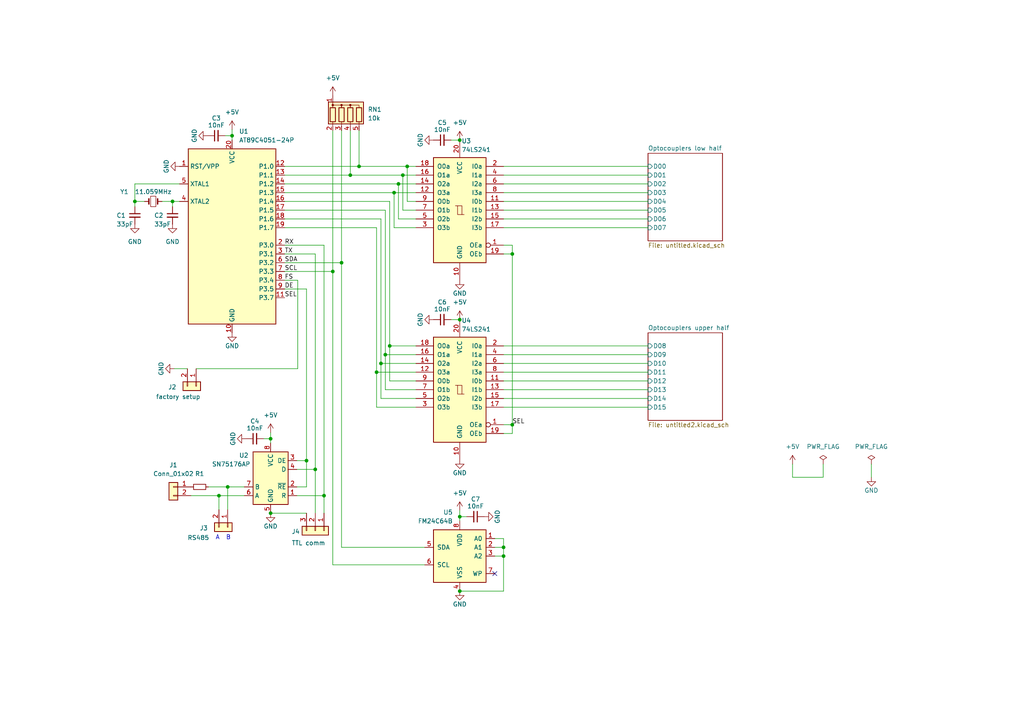
<source format=kicad_sch>
(kicad_sch (version 20211123) (generator eeschema)
  (paper "A4")
  (lib_symbols
    (symbol "74xx:74LS241" (pin_names (offset 1.016))
      (property "Reference" "U" (at -7.62 16.51 0))
      (property "Value" "74LS241" (at -7.62 -16.51 0))
      (symbol "74LS241_1_0"
        (polyline (pts (xy -0.635 -1.27) (xy -0.635 1.27) (xy 0.635 1.27)))
        (polyline (pts (xy -1.27 -1.27) (xy 0.635 -1.27) (xy 0.635 1.27) (xy 1.27 1.27)))
        (pin input inverted (at -12.7 -10.16 0) (length 5.08) (name "OEa") (number "1"))
        (pin power_in line (at 0 -20.32 90) (length 5.08) (name "GND") (number "10"))
        (pin input line (at -12.7 2.54 0) (length 5.08) (name "I0b") (number "11"))
        (pin tri_state line (at 12.7 5.08 180) (length 5.08) (name "O3a") (number "12"))
        (pin input line (at -12.7 0 0) (length 5.08) (name "I1b") (number "13"))
        (pin tri_state line (at 12.7 7.62 180) (length 5.08) (name "O2a") (number "14"))
        (pin input line (at -12.7 -2.54 0) (length 5.08) (name "I2b") (number "15"))
        (pin tri_state line (at 12.7 10.16 180) (length 5.08) (name "O1a") (number "16"))
        (pin input line (at -12.7 -5.08 0) (length 5.08) (name "I3b") (number "17"))
        (pin tri_state line (at 12.7 12.7 180) (length 5.08) (name "O0a") (number "18"))
        (pin input line (at -12.7 -12.7 0) (length 5.08) (name "OEb") (number "19"))
        (pin input line (at -12.7 12.7 0) (length 5.08) (name "I0a") (number "2"))
        (pin power_in line (at 0 20.32 270) (length 5.08) (name "VCC") (number "20"))
        (pin tri_state line (at 12.7 -5.08 180) (length 5.08) (name "O3b") (number "3"))
        (pin input line (at -12.7 10.16 0) (length 5.08) (name "I1a") (number "4"))
        (pin tri_state line (at 12.7 -2.54 180) (length 5.08) (name "O2b") (number "5"))
        (pin input line (at -12.7 7.62 0) (length 5.08) (name "I2a") (number "6"))
        (pin tri_state line (at 12.7 0 180) (length 5.08) (name "O1b") (number "7"))
        (pin input line (at -12.7 5.08 0) (length 5.08) (name "I3a") (number "8"))
        (pin tri_state line (at 12.7 2.54 180) (length 5.08) (name "O0b") (number "9"))
      )
      (symbol "74LS241_1_1"
        (rectangle (start -7.62 15.24) (end 7.62 -15.24) (stroke (width 0.254)) (fill (type background)))
      )
    )
    (symbol "Connector_Generic:Conn_01x02" (pin_names (offset 1.016) hide)
      (property "Reference" "J" (at 0 2.54 0))
      (property "Value" "Conn_01x02" (at 0 -5.08 0))
      (symbol "Conn_01x02_1_1"
        (rectangle (start -1.27 -2.413) (end 0 -2.667) (stroke (width 0.1524)))
        (rectangle (start -1.27 0.127) (end 0 -0.127) (stroke (width 0.1524)))
        (rectangle (start -1.27 1.27) (end 1.27 -3.81) (stroke (width 0.254)) (fill (type background)))
        (pin passive line (at -5.08 0 0) (length 3.81) (name "Pin_1") (number "1"))
        (pin passive line (at -5.08 -2.54 0) (length 3.81) (name "Pin_2") (number "2"))
      )
    )
    (symbol "Connector_Generic:Conn_01x03" (pin_names (offset 1.016) hide)
      (property "Reference" "J" (at 0 5.08 0))
      (property "Value" "Conn_01x03" (at 0 -5.08 0))
      (symbol "Conn_01x03_1_1"
        (rectangle (start -1.27 -2.413) (end 0 -2.667) (stroke (width 0.1524)))
        (rectangle (start -1.27 0.127) (end 0 -0.127) (stroke (width 0.1524)))
        (rectangle (start -1.27 2.667) (end 0 2.413) (stroke (width 0.1524)))
        (rectangle (start -1.27 3.81) (end 1.27 -3.81) (stroke (width 0.254)) (fill (type background)))
        (pin passive line (at -5.08 2.54 0) (length 3.81) (name "Pin_1") (number "1"))
        (pin passive line (at -5.08 0 0) (length 3.81) (name "Pin_2") (number "2"))
        (pin passive line (at -5.08 -2.54 0) (length 3.81) (name "Pin_3") (number "3"))
      )
    )
    (symbol "Device:C_Small" (pin_numbers hide) (pin_names (offset 0.254) hide)
      (property "Reference" "C" (at 0.254 1.778 0))
      (property "Value" "C_Small" (at 0.254 -2.032 0))
      (symbol "C_Small_0_1"
        (polyline (pts (xy -1.524 -0.508) (xy 1.524 -0.508)) (stroke (width 0.3302)))
        (polyline (pts (xy -1.524 0.508) (xy 1.524 0.508)) (stroke (width 0.3048)))
      )
      (symbol "C_Small_1_1"
        (pin passive line (at 0 2.54 270) (length 2.032) (name "~") (number "1"))
        (pin passive line (at 0 -2.54 90) (length 2.032) (name "~") (number "2"))
      )
    )
    (symbol "Device:Crystal_Small" (pin_numbers hide) (pin_names (offset 1.016) hide)
      (property "Reference" "Y" (at 0 2.54 0))
      (property "Value" "Crystal_Small" (at 0 -2.54 0))
      (symbol "Crystal_Small_0_1"
        (rectangle (start -0.762 -1.524) (end 0.762 1.524))
        (polyline (pts (xy -1.27 -0.762) (xy -1.27 0.762)) (stroke (width 0.381)))
        (polyline (pts (xy 1.27 -0.762) (xy 1.27 0.762)) (stroke (width 0.381)))
      )
      (symbol "Crystal_Small_1_1"
        (pin passive line (at -2.54 0 0) (length 1.27) (name "1") (number "1"))
        (pin passive line (at 2.54 0 180) (length 1.27) (name "2") (number "2"))
      )
    )
    (symbol "Device:R_Network04" (pin_names (offset 0) hide)
      (property "Reference" "RN" (at -7.62 0 90))
      (property "Value" "R_Network04" (at 5.08 0 90))
      (symbol "R_Network04_0_1"
        (rectangle (start -6.35 -3.175) (end 3.81 3.175) (stroke (width 0.254)) (fill (type background)))
        (rectangle (start -5.842 1.524) (end -4.318 -2.54) (stroke (width 0.254)))
        (circle (center -5.08 2.286) (radius 0.254) (fill (type outline)))
        (rectangle (start -3.302 1.524) (end -1.778 -2.54) (stroke (width 0.254)))
        (circle (center -2.54 2.286) (radius 0.254) (fill (type outline)))
        (rectangle (start -0.762 1.524) (end 0.762 -2.54) (stroke (width 0.254)))
        (polyline (pts (xy -5.08 -2.54) (xy -5.08 -3.81)))
        (polyline (pts (xy -2.54 -2.54) (xy -2.54 -3.81)))
        (polyline (pts (xy 0 -2.54) (xy 0 -3.81)))
        (polyline (pts (xy 2.54 -2.54) (xy 2.54 -3.81)))
        (polyline (pts (xy -5.08 1.524) (xy -5.08 2.286) (xy -2.54 2.286) (xy -2.54 1.524)))
        (polyline (pts (xy -2.54 1.524) (xy -2.54 2.286) (xy 0 2.286) (xy 0 1.524)))
        (polyline (pts (xy 0 1.524) (xy 0 2.286) (xy 2.54 2.286) (xy 2.54 1.524)))
        (circle (center 0 2.286) (radius 0.254) (fill (type outline)))
        (rectangle (start 1.778 1.524) (end 3.302 -2.54) (stroke (width 0.254)))
      )
      (symbol "R_Network04_1_1"
        (pin passive line (at -5.08 5.08 270) (length 2.54) (name "common") (number "1"))
        (pin passive line (at -5.08 -5.08 90) (length 1.27) (name "R1") (number "2"))
        (pin passive line (at -2.54 -5.08 90) (length 1.27) (name "R2") (number "3"))
        (pin passive line (at 0 -5.08 90) (length 1.27) (name "R3") (number "4"))
        (pin passive line (at 2.54 -5.08 90) (length 1.27) (name "R4") (number "5"))
      )
    )
    (symbol "Device:R_Small" (pin_numbers hide) (pin_names (offset 0.254) hide)
      (property "Reference" "R" (at 0.762 0.508 0))
      (property "Value" "R_Small" (at 0.762 -1.016 0))
      (symbol "R_Small_0_1"
        (rectangle (start -0.762 1.778) (end 0.762 -1.778) (stroke (width 0.2032)))
      )
      (symbol "R_Small_1_1"
        (pin passive line (at 0 2.54 270) (length 0.762) (name "~") (number "1"))
        (pin passive line (at 0 -2.54 90) (length 0.762) (name "~") (number "2"))
      )
    )
    (symbol "Interface_UART:SN75176AP"
      (property "Reference" "U" (at -4.318 8.89 0))
      (property "Value" "SN75176AP" (at 1.016 8.89 0))
      (symbol "SN75176AP_0_1"
        (rectangle (start -5.08 7.62) (end 5.08 -7.62) (stroke (width 0.254)) (fill (type background)))
      )
      (symbol "SN75176AP_1_1"
        (pin output line (at -7.62 -5.08 0) (length 2.54) (name "R") (number "1"))
        (pin input line (at -7.62 -2.54 0) (length 2.54) (name "~{RE}") (number "2"))
        (pin input line (at -7.62 5.08 0) (length 2.54) (name "DE") (number "3"))
        (pin input line (at -7.62 2.54 0) (length 2.54) (name "D") (number "4"))
        (pin power_in line (at 0 -10.16 90) (length 2.54) (name "GND") (number "5"))
        (pin bidirectional line (at 7.62 -5.08 180) (length 2.54) (name "A") (number "6"))
        (pin bidirectional line (at 7.62 -2.54 180) (length 2.54) (name "B") (number "7"))
        (pin power_in line (at 0 10.16 270) (length 2.54) (name "VCC") (number "8"))
      )
    )
    (symbol "MCU_Microchip_8051:AT89C4051-24P"
      (property "Reference" "U" (at -12.7 26.67 0))
      (property "Value" "AT89C4051-24P" (at 2.54 -26.67 0))
      (symbol "AT89C4051-24P_0_1"
        (rectangle (start -12.7 -25.4) (end 12.7 25.4) (stroke (width 0.254)) (fill (type background)))
      )
      (symbol "AT89C4051-24P_1_1"
        (pin input line (at -15.24 20.32 0) (length 2.54) (name "RST/VPP") (number "1"))
        (pin power_in line (at 0 -27.94 90) (length 2.54) (name "GND") (number "10"))
        (pin bidirectional line (at 15.24 -17.78 180) (length 2.54) (name "P3.7") (number "11"))
        (pin bidirectional line (at 15.24 20.32 180) (length 2.54) (name "P1.0") (number "12"))
        (pin bidirectional line (at 15.24 17.78 180) (length 2.54) (name "P1.1") (number "13"))
        (pin bidirectional line (at 15.24 15.24 180) (length 2.54) (name "P1.2") (number "14"))
        (pin bidirectional line (at 15.24 12.7 180) (length 2.54) (name "P1.3") (number "15"))
        (pin bidirectional line (at 15.24 10.16 180) (length 2.54) (name "P1.4") (number "16"))
        (pin bidirectional line (at 15.24 7.62 180) (length 2.54) (name "P1.5") (number "17"))
        (pin bidirectional line (at 15.24 5.08 180) (length 2.54) (name "P1.6") (number "18"))
        (pin bidirectional line (at 15.24 2.54 180) (length 2.54) (name "P1.7") (number "19"))
        (pin bidirectional line (at 15.24 -2.54 180) (length 2.54) (name "P3.0") (number "2"))
        (pin power_in line (at 0 27.94 270) (length 2.54) (name "VCC") (number "20"))
        (pin bidirectional line (at 15.24 -5.08 180) (length 2.54) (name "P3.1") (number "3"))
        (pin output line (at -15.24 10.16 0) (length 2.54) (name "XTAL2") (number "4"))
        (pin input line (at -15.24 15.24 0) (length 2.54) (name "XTAL1") (number "5"))
        (pin bidirectional line (at 15.24 -7.62 180) (length 2.54) (name "P3.2") (number "6"))
        (pin bidirectional line (at 15.24 -10.16 180) (length 2.54) (name "P3.3") (number "7"))
        (pin bidirectional line (at 15.24 -12.7 180) (length 2.54) (name "P3.4") (number "8"))
        (pin bidirectional line (at 15.24 -15.24 180) (length 2.54) (name "P3.5") (number "9"))
      )
    )
    (symbol "Memory_NVRAM:FM24C64B" (pin_names (offset 1.016))
      (property "Reference" "U" (at -5.08 8.89 0))
      (property "Value" "FM24C64B" (at 6.35 -8.89 0))
      (symbol "FM24C64B_0_1"
        (rectangle (start -7.62 7.62) (end 7.62 -7.62) (stroke (width 0.254)) (fill (type background)))
      )
      (symbol "FM24C64B_1_1"
        (pin input line (at -10.16 5.08 0) (length 2.54) (name "A0") (number "1"))
        (pin input line (at -10.16 2.54 0) (length 2.54) (name "A1") (number "2"))
        (pin input line (at -10.16 0 0) (length 2.54) (name "A2") (number "3"))
        (pin power_in line (at 0 -10.16 90) (length 2.54) (name "VSS") (number "4"))
        (pin bidirectional line (at 10.16 2.54 180) (length 2.54) (name "SDA") (number "5"))
        (pin input line (at 10.16 -2.54 180) (length 2.54) (name "SCL") (number "6"))
        (pin input line (at -10.16 -5.08 0) (length 2.54) (name "WP") (number "7"))
        (pin power_in line (at 0 10.16 270) (length 2.54) (name "VDD") (number "8"))
      )
    )
    (symbol "power:+5V" (power) (pin_names (offset 0))
      (property "Value" "+5V" (at 0 3.556 0))
      (symbol "+5V_0_1"
        (polyline (pts (xy -0.762 1.27) (xy 0 2.54)))
        (polyline (pts (xy 0 0) (xy 0 2.54)))
        (polyline (pts (xy 0 2.54) (xy 0.762 1.27)))
      )
      (symbol "+5V_1_1"
        (pin power_in line (at 0 0 90) (length 0) hide (name "+5V") (number "1"))
      )
    )
    (symbol "power:GND" (power) (pin_names (offset 0))
      (property "Value" "GND" (at 0 -3.81 0))
      (symbol "GND_0_1"
        (polyline (pts (xy 0 0) (xy 0 -1.27) (xy 1.27 -1.27) (xy 0 -2.54) (xy -1.27 -1.27) (xy 0 -1.27)))
      )
      (symbol "GND_1_1"
        (pin power_in line (at 0 0 270) (length 0) hide (name "GND") (number "1"))
      )
    )
    (symbol "power:PWR_FLAG" (power) (pin_numbers hide) (pin_names (offset 0) hide)
      (property "Value" "PWR_FLAG" (at 0 3.81 0))
      (symbol "PWR_FLAG_0_0"
        (pin power_out line (at 0 0 90) (length 0) (name "pwr") (number "1"))
      )
      (symbol "PWR_FLAG_0_1"
        (polyline (pts (xy 0 0) (xy 0 1.27) (xy -1.016 1.905) (xy 0 2.54) (xy 1.016 1.905) (xy 0 1.27)))
      )
    )
  )
  (junction (at 96.52 78.74))
  (junction (at 133.35 40.64))
  (junction (at 109.22 107.95))
  (junction (at 50.038 58.42))
  (junction (at 148.59 123.19))
  (junction (at 111.76 102.87))
  (junction (at 78.486 127.254))
  (junction (at 78.486 148.844))
  (junction (at 113.03 100.33))
  (junction (at 110.49 105.41))
  (junction (at 93.98 143.764))
  (junction (at 66.04 141.224))
  (junction (at 133.35 149.86))
  (junction (at 133.35 171.45))
  (junction (at 115.57 53.34))
  (junction (at 133.35 92.71))
  (junction (at 67.31 39.37))
  (junction (at 99.06 76.2))
  (junction (at 148.59 73.66))
  (junction (at 91.44 136.144))
  (junction (at 101.6 50.8))
  (junction (at 39.116 58.42))
  (junction (at 88.9 133.604))
  (junction (at 146.05 161.29))
  (junction (at 114.3 55.88))
  (junction (at 104.14 48.26))
  (junction (at 146.05 158.75))
  (junction (at 118.11 48.26))
  (junction (at 116.84 50.8))
  (junction (at 63.5 143.764))
  (no_connect (at 143.51 166.37))
  (wire (pts (xy 56.896 106.934) (xy 86.36 106.934)))
  (wire (pts (xy 91.44 136.144) (xy 91.44 148.844)))
  (wire (pts (xy 67.31 39.37) (xy 67.31 40.64)))
  (wire (pts (xy 96.52 78.74) (xy 96.52 163.83)))
  (wire (pts (xy 99.06 37.846) (xy 99.06 76.2)))
  (wire (pts (xy 82.55 66.04) (xy 109.22 66.04)))
  (wire (pts (xy 146.05 63.5) (xy 187.96 63.5)))
  (wire (pts (xy 120.65 113.03) (xy 111.76 113.03)))
  (wire (pts (xy 146.05 58.42) (xy 187.96 58.42)))
  (wire (pts (xy 78.486 125.476) (xy 78.486 127.254)))
  (wire (pts (xy 82.55 58.42) (xy 113.03 58.42)))
  (wire (pts (xy 146.05 158.75) (xy 146.05 161.29)))
  (wire (pts (xy 88.9 141.224) (xy 86.106 141.224)))
  (wire (pts (xy 65.278 39.37) (xy 67.31 39.37)))
  (wire (pts (xy 93.98 71.12) (xy 93.98 143.764)))
  (wire (pts (xy 109.22 107.95) (xy 120.65 107.95)))
  (wire (pts (xy 113.03 110.49) (xy 113.03 100.33)))
  (wire (pts (xy 55.372 143.764) (xy 63.5 143.764)))
  (wire (pts (xy 146.05 110.49) (xy 187.96 110.49)))
  (wire (pts (xy 146.05 100.33) (xy 187.96 100.33)))
  (wire (pts (xy 238.76 138.43) (xy 238.76 134.62)))
  (wire (pts (xy 135.382 149.86) (xy 133.35 149.86)))
  (wire (pts (xy 82.55 83.82) (xy 88.9 83.82)))
  (wire (pts (xy 82.55 55.88) (xy 114.3 55.88)))
  (wire (pts (xy 120.65 63.5) (xy 115.57 63.5)))
  (wire (pts (xy 82.55 76.2) (xy 99.06 76.2)))
  (wire (pts (xy 148.59 73.66) (xy 146.05 73.66)))
  (wire (pts (xy 76.454 127.254) (xy 78.486 127.254)))
  (wire (pts (xy 66.04 141.224) (xy 70.866 141.224)))
  (wire (pts (xy 41.91 58.42) (xy 39.116 58.42)))
  (wire (pts (xy 50.038 58.42) (xy 52.07 58.42)))
  (wire (pts (xy 110.49 105.41) (xy 120.65 105.41)))
  (wire (pts (xy 99.06 158.75) (xy 123.19 158.75)))
  (wire (pts (xy 91.44 73.66) (xy 91.44 136.144)))
  (wire (pts (xy 133.35 171.45) (xy 146.05 171.45)))
  (wire (pts (xy 82.55 63.5) (xy 110.49 63.5)))
  (wire (pts (xy 111.76 113.03) (xy 111.76 102.87)))
  (wire (pts (xy 118.11 48.26) (xy 118.11 58.42)))
  (wire (pts (xy 146.05 105.41) (xy 187.96 105.41)))
  (wire (pts (xy 39.116 58.42) (xy 39.116 59.944)))
  (wire (pts (xy 82.55 78.74) (xy 96.52 78.74)))
  (wire (pts (xy 113.03 100.33) (xy 120.65 100.33)))
  (wire (pts (xy 146.05 161.29) (xy 143.51 161.29)))
  (wire (pts (xy 111.76 102.87) (xy 120.65 102.87)))
  (wire (pts (xy 104.14 37.846) (xy 104.14 48.26)))
  (wire (pts (xy 50.038 58.42) (xy 50.038 59.944)))
  (wire (pts (xy 63.5 143.764) (xy 63.5 147.828)))
  (wire (pts (xy 148.59 71.12) (xy 148.59 73.66)))
  (wire (pts (xy 82.55 50.8) (xy 101.6 50.8)))
  (wire (pts (xy 120.65 60.96) (xy 116.84 60.96)))
  (wire (pts (xy 96.52 37.846) (xy 96.52 78.74)))
  (wire (pts (xy 113.03 58.42) (xy 113.03 100.33)))
  (wire (pts (xy 67.31 37.592) (xy 67.31 39.37)))
  (wire (pts (xy 114.3 55.88) (xy 120.65 55.88)))
  (wire (pts (xy 60.452 141.224) (xy 66.04 141.224)))
  (wire (pts (xy 78.486 127.254) (xy 78.486 128.524)))
  (wire (pts (xy 46.99 58.42) (xy 50.038 58.42)))
  (wire (pts (xy 146.05 115.57) (xy 187.96 115.57)))
  (wire (pts (xy 130.81 40.64) (xy 133.35 40.64)))
  (wire (pts (xy 82.55 71.12) (xy 93.98 71.12)))
  (wire (pts (xy 133.35 149.86) (xy 133.35 151.13)))
  (wire (pts (xy 86.36 81.28) (xy 86.36 106.934)))
  (wire (pts (xy 146.05 66.04) (xy 187.96 66.04)))
  (wire (pts (xy 50.546 106.934) (xy 54.356 106.934)))
  (wire (pts (xy 146.05 118.11) (xy 187.96 118.11)))
  (wire (pts (xy 82.55 81.28) (xy 86.36 81.28)))
  (wire (pts (xy 101.6 37.846) (xy 101.6 50.8)))
  (wire (pts (xy 120.65 110.49) (xy 113.03 110.49)))
  (wire (pts (xy 146.05 171.45) (xy 146.05 161.29)))
  (wire (pts (xy 146.05 48.26) (xy 187.96 48.26)))
  (wire (pts (xy 146.05 156.21) (xy 146.05 158.75)))
  (wire (pts (xy 99.06 76.2) (xy 99.06 158.75)))
  (wire (pts (xy 146.05 107.95) (xy 187.96 107.95)))
  (wire (pts (xy 130.81 92.71) (xy 133.35 92.71)))
  (wire (pts (xy 252.73 134.62) (xy 252.73 138.43)))
  (wire (pts (xy 82.55 60.96) (xy 111.76 60.96)))
  (wire (pts (xy 110.49 115.57) (xy 110.49 105.41)))
  (wire (pts (xy 146.05 158.75) (xy 143.51 158.75)))
  (wire (pts (xy 82.55 48.26) (xy 104.14 48.26)))
  (wire (pts (xy 146.05 60.96) (xy 187.96 60.96)))
  (wire (pts (xy 52.07 53.34) (xy 39.116 53.34)))
  (wire (pts (xy 96.52 163.83) (xy 123.19 163.83)))
  (wire (pts (xy 115.57 63.5) (xy 115.57 53.34)))
  (wire (pts (xy 148.59 125.73) (xy 148.59 123.19)))
  (wire (pts (xy 146.05 50.8) (xy 187.96 50.8)))
  (wire (pts (xy 118.11 48.26) (xy 120.65 48.26)))
  (wire (pts (xy 146.05 53.34) (xy 187.96 53.34)))
  (wire (pts (xy 120.65 58.42) (xy 118.11 58.42)))
  (wire (pts (xy 114.3 66.04) (xy 114.3 55.88)))
  (wire (pts (xy 39.116 53.34) (xy 39.116 58.42)))
  (wire (pts (xy 229.87 138.43) (xy 238.76 138.43)))
  (wire (pts (xy 82.55 53.34) (xy 115.57 53.34)))
  (wire (pts (xy 146.05 113.03) (xy 187.96 113.03)))
  (wire (pts (xy 93.98 143.764) (xy 86.106 143.764)))
  (wire (pts (xy 88.9 133.604) (xy 88.9 141.224)))
  (wire (pts (xy 116.84 50.8) (xy 120.65 50.8)))
  (wire (pts (xy 88.9 83.82) (xy 88.9 133.604)))
  (wire (pts (xy 229.87 134.62) (xy 229.87 138.43)))
  (wire (pts (xy 146.05 125.73) (xy 148.59 125.73)))
  (wire (pts (xy 91.44 136.144) (xy 86.106 136.144)))
  (wire (pts (xy 146.05 71.12) (xy 148.59 71.12)))
  (wire (pts (xy 101.6 50.8) (xy 116.84 50.8)))
  (wire (pts (xy 78.486 148.844) (xy 88.9 148.844)))
  (wire (pts (xy 115.57 53.34) (xy 120.65 53.34)))
  (wire (pts (xy 120.65 118.11) (xy 109.22 118.11)))
  (wire (pts (xy 104.14 48.26) (xy 118.11 48.26)))
  (wire (pts (xy 148.59 123.19) (xy 148.59 73.66)))
  (wire (pts (xy 133.35 148.082) (xy 133.35 149.86)))
  (wire (pts (xy 93.98 143.764) (xy 93.98 148.844)))
  (wire (pts (xy 86.106 133.604) (xy 88.9 133.604)))
  (wire (pts (xy 110.49 63.5) (xy 110.49 105.41)))
  (wire (pts (xy 111.76 60.96) (xy 111.76 102.87)))
  (wire (pts (xy 66.04 141.224) (xy 66.04 147.828)))
  (wire (pts (xy 82.55 73.66) (xy 91.44 73.66)))
  (wire (pts (xy 143.51 156.21) (xy 146.05 156.21)))
  (wire (pts (xy 63.5 143.764) (xy 70.866 143.764)))
  (wire (pts (xy 109.22 66.04) (xy 109.22 107.95)))
  (wire (pts (xy 146.05 55.88) (xy 187.96 55.88)))
  (wire (pts (xy 116.84 60.96) (xy 116.84 50.8)))
  (wire (pts (xy 120.65 66.04) (xy 114.3 66.04)))
  (wire (pts (xy 120.65 115.57) (xy 110.49 115.57)))
  (wire (pts (xy 146.05 102.87) (xy 187.96 102.87)))
  (wire (pts (xy 146.05 123.19) (xy 148.59 123.19)))
  (wire (pts (xy 109.22 118.11) (xy 109.22 107.95)))
  (text "A  B" (at 62.484 156.718 0) (effects (font (size 1.27 1.27)) (justify left bottom)))
  (label "SEL" (at 148.59 123.19 0))
  (label "SDA" (at 82.55 76.2 0))
  (label "RX" (at 82.55 71.12 0))
  (label "FS" (at 82.55 81.28 0))
  (label "TX" (at 82.55 73.66 0))
  (label "SEL" (at 82.55 86.36 0))
  (label "DE" (at 82.55 83.82 0))
  (label "SCL" (at 82.55 78.74 0))
  (symbol (lib_id "power:GND") (at 50.546 106.934 270) (unit 1)
    (property "Reference" "#PWR03" (effects hide))
    (property "Value" "GND" (at 46.736 106.934 0))
  )
  (symbol (lib_id "Interface_UART:SN75176AP") (at 78.486 138.684 0) (mirror y) (unit 1)
    (property "Reference" "U2" (at 69.342 132.08 0) (effects (justify right)))
    (property "Value" "SN75176AP" (at 61.468 134.62 0) (effects (justify right)))
    (property "Footprint" "Package_DIP:DIP-8_W7.62mm" (effects hide))
    (property "Datasheet" "http://www.ti.com/lit/ds/symlink/sn75176a.pdf" (effects hide))
  )
  (symbol (lib_id "power:GND") (at 252.73 138.43 0) (mirror y) (unit 1)
    (property "Reference" "#PWR022" (effects hide))
    (property "Value" "GND" (at 252.73 142.24 0))
  )
  (symbol (lib_id "power:GND") (at 71.374 127.254 270) (unit 1)
    (property "Reference" "#PWR08" (effects hide))
    (property "Value" "GND" (at 67.564 127.254 0))
  )
  (symbol (lib_id "power:GND") (at 133.35 133.35 0) (unit 1)
    (property "Reference" "#PWR017" (effects hide))
    (property "Value" "GND" (at 133.35 137.16 0))
  )
  (symbol (lib_id "74xx:74LS241") (at 133.35 113.03 0) (mirror y) (unit 1)
    (property "Reference" "U4" (at 133.8706 92.964 0) (effects (justify right)))
    (property "Value" "74LS241" (at 133.8706 95.504 0) (effects (justify right)))
    (property "Datasheet" "http://www.ti.com/lit/ds/symlink/sn74ls241.pdf" (effects hide))
  )
  (symbol (lib_id "power:GND") (at 133.35 171.45 0) (mirror y) (unit 1)
    (property "Reference" "#PWR019" (effects hide))
    (property "Value" "GND" (at 133.35 175.26 0))
  )
  (symbol (lib_id "power:GND") (at 60.198 39.37 270) (unit 1)
    (property "Reference" "#PWR05" (effects hide))
    (property "Value" "GND" (at 56.388 39.37 0))
  )
  (symbol (lib_id "power:+5V") (at 96.52 27.686 0) (unit 1)
    (property "Reference" "#PWR011" (effects hide))
    (property "Value" "+5V" (at 96.52 22.606 0))
  )
  (symbol (lib_id "power:GND") (at 50.038 65.024 0) (unit 1)
    (property "Reference" "#PWR02" (effects hide))
    (property "Value" "GND" (at 50.038 70.104 0))
  )
  (symbol (lib_id "power:+5V") (at 229.87 134.62 0) (mirror y) (unit 1)
    (property "Reference" "#PWR021" (effects hide))
    (property "Value" "+5V" (at 229.87 129.54 0))
  )
  (symbol (lib_id "Device:Crystal_Small") (at 44.45 58.42 0) (unit 1)
    (property "Reference" "Y1" (at 36.068 55.626 0))
    (property "Value" "11.059MHz" (at 44.45 55.626 0))
  )
  (symbol (lib_id "Device:R_Small") (at 57.912 141.224 90) (unit 1)
    (property "Reference" "R1" (at 57.912 137.414 90))
    (property "Value" "R_Small" (effects hide))
  )
  (symbol (lib_id "Connector_Generic:Conn_01x03") (at 91.44 153.924 270) (unit 1)
    (property "Reference" "J4" (at 84.582 154.178 90) (effects (justify left)))
    (property "Value" "TTL comm" (at 84.582 157.48 90) (effects (justify left)))
  )
  (symbol (lib_id "MCU_Microchip_8051:AT89C4051-24P") (at 67.31 68.58 0) (unit 1)
    (property "Reference" "U1" (at 69.3294 38.1 0) (effects (justify left)))
    (property "Value" "AT89C4051-24P" (at 69.3294 40.64 0) (effects (justify left)))
    (property "Footprint" "Package_DIP:DIP-20_W7.62mm" (effects hide))
    (property "Datasheet" "http://ww1.microchip.com/downloads/en/DeviceDoc/doc1001.pdf" (effects hide))
  )
  (symbol (lib_id "Device:R_Network04") (at 101.6 32.766 0) (unit 1)
    (property "Reference" "RN1" (at 106.68 31.7499 0) (effects (justify left)))
    (property "Value" "10k" (at 106.68 34.2899 0) (effects (justify left)))
    (property "Footprint" "Resistor_THT:R_Array_SIP5" (effects hide))
    (property "Datasheet" "http://www.vishay.com/docs/31509/csc.pdf" (effects hide))
  )
  (symbol (lib_id "power:GND") (at 140.462 149.86 90) (mirror x) (unit 1)
    (property "Reference" "#PWR020" (effects hide))
    (property "Value" "GND" (at 144.272 149.86 0))
  )
  (symbol (lib_id "Device:C_Small") (at 62.738 39.37 90) (unit 1)
    (property "Reference" "C3" (at 62.7317 34.29 90))
    (property "Value" "10nF" (at 62.738 36.322 90))
  )
  (symbol (lib_id "Device:C_Small") (at 50.038 62.484 0) (unit 1)
    (property "Reference" "C2" (at 44.704 62.484 0) (effects (justify left)))
    (property "Value" "33pF" (at 44.704 65.024 0) (effects (justify left)))
  )
  (symbol (lib_id "power:GND") (at 52.07 48.26 270) (unit 1)
    (property "Reference" "#PWR04" (effects hide))
    (property "Value" "GND" (at 48.26 48.26 0))
  )
  (symbol (lib_id "power:GND") (at 78.486 148.844 0) (unit 1)
    (property "Reference" "#PWR010" (effects hide))
    (property "Value" "GND" (at 78.486 152.654 0))
  )
  (symbol (lib_id "power:GND") (at 39.116 65.024 0) (unit 1)
    (property "Reference" "#PWR01" (effects hide))
    (property "Value" "GND" (at 39.116 70.104 0))
  )
  (symbol (lib_id "power:+5V") (at 67.31 37.592 0) (unit 1)
    (property "Reference" "#PWR06" (effects hide))
    (property "Value" "+5V" (at 67.31 32.512 0))
  )
  (symbol (lib_id "Device:C_Small") (at 128.27 40.64 90) (unit 1)
    (property "Reference" "C5" (at 128.2637 35.56 90))
    (property "Value" "10nF" (at 128.27 37.592 90))
  )
  (symbol (lib_id "power:GND") (at 133.35 81.28 0) (unit 1)
    (property "Reference" "#PWR015" (effects hide))
    (property "Value" "GND" (at 133.35 85.09 0))
  )
  (symbol (lib_id "Connector_Generic:Conn_01x02") (at 50.292 141.224 0) (mirror y) (unit 1)
    (property "Reference" "J1" (at 50.292 134.874 0))
    (property "Value" "Conn_01x02" (at 50.292 137.414 0))
  )
  (symbol (lib_id "power:+5V") (at 78.486 125.476 0) (unit 1)
    (property "Reference" "#PWR09" (effects hide))
    (property "Value" "+5V" (at 78.486 120.396 0))
  )
  (symbol (lib_id "power:PWR_FLAG") (at 238.76 134.62 0) (unit 1)
    (property "Reference" "#FLG01" (effects hide))
    (property "Value" "PWR_FLAG" (at 238.76 129.54 0))
  )
  (symbol (lib_id "power:GND") (at 125.73 40.64 270) (unit 1)
    (property "Reference" "#PWR012" (effects hide))
    (property "Value" "GND" (at 121.92 40.64 0))
  )
  (symbol (lib_id "power:GND") (at 67.31 96.52 0) (unit 1)
    (property "Reference" "#PWR07" (effects hide))
    (property "Value" "GND" (at 67.31 100.33 0))
  )
  (symbol (lib_id "power:PWR_FLAG") (at 252.73 134.62 0) (unit 1)
    (property "Reference" "#FLG02" (effects hide))
    (property "Value" "PWR_FLAG" (at 252.73 129.54 0))
  )
  (symbol (lib_id "Device:C_Small") (at 137.922 149.86 270) (mirror x) (unit 1)
    (property "Reference" "C7" (at 137.9283 144.78 90))
    (property "Value" "10nF" (at 137.922 146.812 90))
  )
  (symbol (lib_id "Device:C_Small") (at 128.27 92.71 90) (unit 1)
    (property "Reference" "C6" (at 128.2637 87.63 90))
    (property "Value" "10nF" (at 128.27 89.662 90))
  )
  (symbol (lib_id "Connector_Generic:Conn_01x02") (at 56.896 112.014 270) (unit 1)
    (property "Reference" "J2" (at 48.768 112.268 90) (effects (justify left)))
    (property "Value" "factory setup" (at 45.212 115.062 90) (effects (justify left)))
  )
  (symbol (lib_id "power:GND") (at 125.73 92.71 270) (unit 1)
    (property "Reference" "#PWR013" (effects hide))
    (property "Value" "GND" (at 121.92 92.71 0))
  )
  (symbol (lib_id "power:+5V") (at 133.35 92.71 0) (unit 1)
    (property "Reference" "#PWR016" (effects hide))
    (property "Value" "+5V" (at 133.35 87.63 0))
  )
  (symbol (lib_id "Device:C_Small") (at 73.914 127.254 90) (unit 1)
    (property "Reference" "C4" (at 73.9077 122.174 90))
    (property "Value" "10nF" (at 73.914 124.206 90))
  )
  (symbol (lib_id "Connector_Generic:Conn_01x02") (at 66.04 152.908 270) (unit 1)
    (property "Reference" "J3" (at 57.912 153.162 90) (effects (justify left)))
    (property "Value" "RS485" (at 54.356 155.956 90) (effects (justify left)))
  )
  (symbol (lib_id "power:+5V") (at 133.35 40.64 0) (unit 1)
    (property "Reference" "#PWR014" (effects hide))
    (property "Value" "+5V" (at 133.35 35.56 0))
  )
  (symbol (lib_id "74xx:74LS241") (at 133.35 60.96 0) (mirror y) (unit 1)
    (property "Reference" "U3" (at 133.8706 40.894 0) (effects (justify right)))
    (property "Value" "74LS241" (at 133.8706 43.434 0) (effects (justify right)))
    (property "Datasheet" "http://www.ti.com/lit/ds/symlink/sn74ls241.pdf" (effects hide))
  )
  (symbol (lib_id "Memory_NVRAM:FM24C64B") (at 133.35 161.29 0) (mirror y) (unit 1)
    (property "Reference" "U5" (at 131.3306 148.59 0) (effects (justify left)))
    (property "Value" "FM24C64B" (at 131.3306 151.13 0) (effects (justify left)))
    (property "Footprint" "Package_SO:SOIC-8_3.9x4.9mm_P1.27mm" (effects hide))
    (property "Datasheet" "http://www.cypress.com/file/41651/download" (effects hide))
  )
  (symbol (lib_id "Device:C_Small") (at 39.116 62.484 0) (unit 1)
    (property "Reference" "C1" (at 33.782 62.484 0) (effects (justify left)))
    (property "Value" "33pF" (at 33.782 65.024 0) (effects (justify left)))
  )
  (symbol (lib_id "power:+5V") (at 133.35 148.082 0) (mirror y) (unit 1)
    (property "Reference" "#PWR018" (effects hide))
    (property "Value" "+5V" (at 133.35 143.002 0))
  )
  (sheet (at 187.96 44.45) (size 21.59 25.4) (stroke (width 0.1524))
    (property "Sheet name" "Optocouplers low half" (at 187.96 43.7384 0) (effects (justify left bottom)))
    (property "Sheet file" "untitled.kicad_sch" (at 187.96 70.4346 0) (effects (justify left top)))
    (pin "D00" input (at 187.96 48.26 180))
    (pin "D01" input (at 187.96 50.8 180))
    (pin "D03" input (at 187.96 55.88 180))
    (pin "D02" input (at 187.96 53.34 180))
    (pin "D07" input (at 187.96 66.04 180))
    (pin "D04" input (at 187.96 58.42 180))
    (pin "D05" input (at 187.96 60.96 180))
    (pin "D06" input (at 187.96 63.5 180))
  )
  (sheet (at 187.96 96.52) (size 21.59 25.4) (stroke (width 0.1524))
    (property "Sheet name" "Optocouplers upper half" (at 187.96 95.8084 0) (effects (justify left bottom)))
    (property "Sheet file" "untitled2.kicad_sch" (at 187.96 122.5046 0) (effects (justify left top)))
    (pin "D15" input (at 187.96 118.11 180))
    (pin "D13" input (at 187.96 113.03 180))
    (pin "D14" input (at 187.96 115.57 180))
    (pin "D12" input (at 187.96 110.49 180))
    (pin "D11" input (at 187.96 107.95 180))
    (pin "D10" input (at 187.96 105.41 180))
    (pin "D08" input (at 187.96 100.33 180))
    (pin "D09" input (at 187.96 102.87 180))
  )
)
</source>
